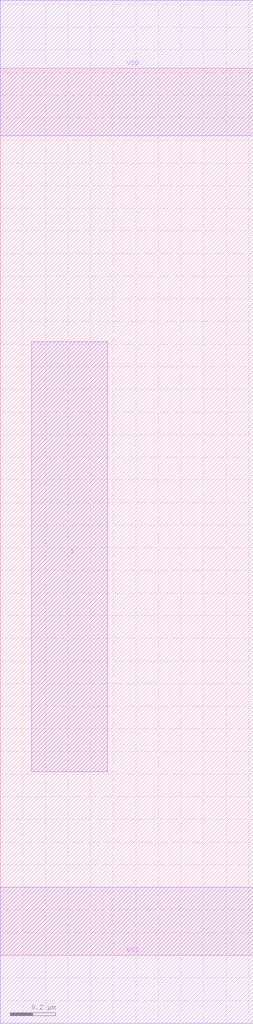
<source format=lef>
# Copyright 2022 GlobalFoundries PDK Authors
#
# Licensed under the Apache License, Version 2.0 (the "License");
# you may not use this file except in compliance with the License.
# You may obtain a copy of the License at
#
#      http://www.apache.org/licenses/LICENSE-2.0
#
# Unless required by applicable law or agreed to in writing, software
# distributed under the License is distributed on an "AS IS" BASIS,
# WITHOUT WARRANTIES OR CONDITIONS OF ANY KIND, either express or implied.
# See the License for the specific language governing permissions and
# limitations under the License.

MACRO gf180mcu_fd_sc_mcu7t5v0__antenna
  CLASS core ANTENNACELL ;
  FOREIGN gf180mcu_fd_sc_mcu7t5v0__antenna 0.0 0.0 ;
  ORIGIN 0 0 ;
  SYMMETRY X Y ;
  SITE GF018hv5v_mcu_sc7 ;
  SIZE 1.12 BY 3.92 ;
  PIN I
    DIRECTION INPUT ;
    ANTENNADIFFAREA 0.4104 ;
    PORT
      LAYER Metal1 ;
        POLYGON 0.14 0.81 0.475 0.81 0.475 2.71 0.14 2.71  ;
    END
  END I
  PIN VDD
    DIRECTION INOUT ;
    USE power ;
    SHAPE ABUTMENT ;
    PORT
      LAYER Metal1 ;
        POLYGON 0 3.62 1.12 3.62 1.12 4.22 0 4.22  ;
    END
  END VDD
  PIN VSS
    DIRECTION INOUT ;
    USE ground ;
    SHAPE ABUTMENT ;
    PORT
      LAYER Metal1 ;
        POLYGON 0 -0.3 1.12 -0.3 1.12 0.3 0 0.3  ;
    END
  END VSS
END gf180mcu_fd_sc_mcu7t5v0__antenna

</source>
